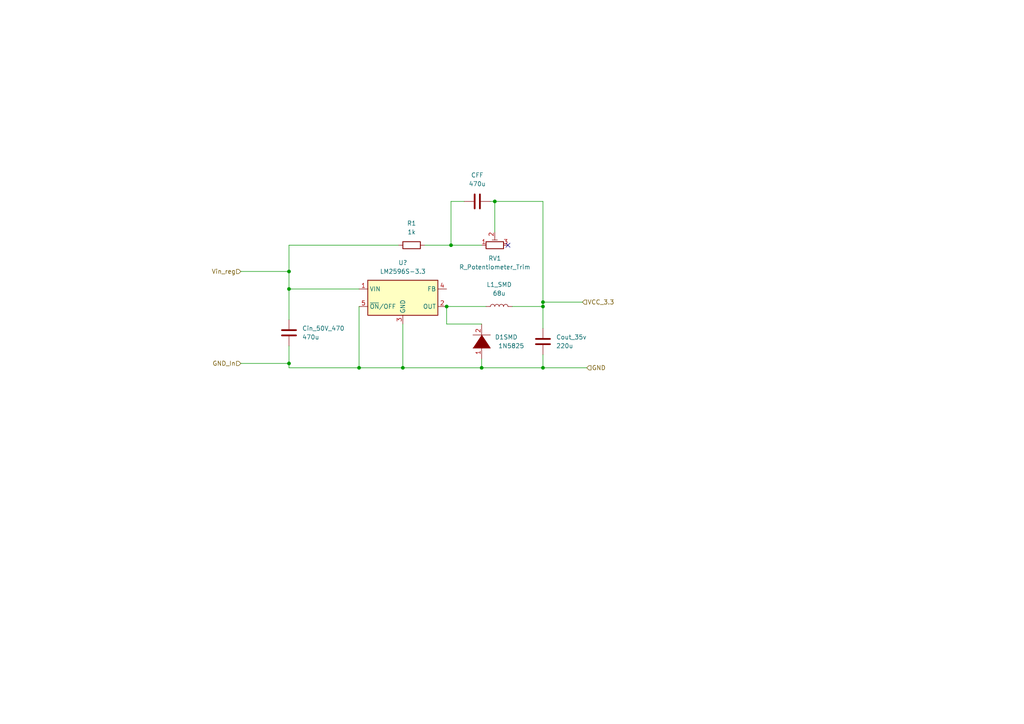
<source format=kicad_sch>
(kicad_sch (version 20211123) (generator eeschema)

  (uuid eb0951e5-834d-4079-94d7-4ff8d3313ac1)

  (paper "A4")

  (lib_symbols
    (symbol "Device:C" (pin_numbers hide) (pin_names (offset 0.254)) (in_bom yes) (on_board yes)
      (property "Reference" "C" (id 0) (at 0.635 2.54 0)
        (effects (font (size 1.27 1.27)) (justify left))
      )
      (property "Value" "C" (id 1) (at 0.635 -2.54 0)
        (effects (font (size 1.27 1.27)) (justify left))
      )
      (property "Footprint" "" (id 2) (at 0.9652 -3.81 0)
        (effects (font (size 1.27 1.27)) hide)
      )
      (property "Datasheet" "~" (id 3) (at 0 0 0)
        (effects (font (size 1.27 1.27)) hide)
      )
      (property "ki_keywords" "cap capacitor" (id 4) (at 0 0 0)
        (effects (font (size 1.27 1.27)) hide)
      )
      (property "ki_description" "Unpolarized capacitor" (id 5) (at 0 0 0)
        (effects (font (size 1.27 1.27)) hide)
      )
      (property "ki_fp_filters" "C_*" (id 6) (at 0 0 0)
        (effects (font (size 1.27 1.27)) hide)
      )
      (symbol "C_0_1"
        (polyline
          (pts
            (xy -2.032 -0.762)
            (xy 2.032 -0.762)
          )
          (stroke (width 0.508) (type default) (color 0 0 0 0))
          (fill (type none))
        )
        (polyline
          (pts
            (xy -2.032 0.762)
            (xy 2.032 0.762)
          )
          (stroke (width 0.508) (type default) (color 0 0 0 0))
          (fill (type none))
        )
      )
      (symbol "C_1_1"
        (pin passive line (at 0 3.81 270) (length 2.794)
          (name "~" (effects (font (size 1.27 1.27))))
          (number "1" (effects (font (size 1.27 1.27))))
        )
        (pin passive line (at 0 -3.81 90) (length 2.794)
          (name "~" (effects (font (size 1.27 1.27))))
          (number "2" (effects (font (size 1.27 1.27))))
        )
      )
    )
    (symbol "Device:L" (pin_numbers hide) (pin_names (offset 1.016) hide) (in_bom yes) (on_board yes)
      (property "Reference" "L" (id 0) (at -1.27 0 90)
        (effects (font (size 1.27 1.27)))
      )
      (property "Value" "L" (id 1) (at 1.905 0 90)
        (effects (font (size 1.27 1.27)))
      )
      (property "Footprint" "" (id 2) (at 0 0 0)
        (effects (font (size 1.27 1.27)) hide)
      )
      (property "Datasheet" "~" (id 3) (at 0 0 0)
        (effects (font (size 1.27 1.27)) hide)
      )
      (property "ki_keywords" "inductor choke coil reactor magnetic" (id 4) (at 0 0 0)
        (effects (font (size 1.27 1.27)) hide)
      )
      (property "ki_description" "Inductor" (id 5) (at 0 0 0)
        (effects (font (size 1.27 1.27)) hide)
      )
      (property "ki_fp_filters" "Choke_* *Coil* Inductor_* L_*" (id 6) (at 0 0 0)
        (effects (font (size 1.27 1.27)) hide)
      )
      (symbol "L_0_1"
        (arc (start 0 -2.54) (mid 0.635 -1.905) (end 0 -1.27)
          (stroke (width 0) (type default) (color 0 0 0 0))
          (fill (type none))
        )
        (arc (start 0 -1.27) (mid 0.635 -0.635) (end 0 0)
          (stroke (width 0) (type default) (color 0 0 0 0))
          (fill (type none))
        )
        (arc (start 0 0) (mid 0.635 0.635) (end 0 1.27)
          (stroke (width 0) (type default) (color 0 0 0 0))
          (fill (type none))
        )
        (arc (start 0 1.27) (mid 0.635 1.905) (end 0 2.54)
          (stroke (width 0) (type default) (color 0 0 0 0))
          (fill (type none))
        )
      )
      (symbol "L_1_1"
        (pin passive line (at 0 3.81 270) (length 1.27)
          (name "1" (effects (font (size 1.27 1.27))))
          (number "1" (effects (font (size 1.27 1.27))))
        )
        (pin passive line (at 0 -3.81 90) (length 1.27)
          (name "2" (effects (font (size 1.27 1.27))))
          (number "2" (effects (font (size 1.27 1.27))))
        )
      )
    )
    (symbol "Device:R" (pin_numbers hide) (pin_names (offset 0)) (in_bom yes) (on_board yes)
      (property "Reference" "R" (id 0) (at 2.032 0 90)
        (effects (font (size 1.27 1.27)))
      )
      (property "Value" "R" (id 1) (at 0 0 90)
        (effects (font (size 1.27 1.27)))
      )
      (property "Footprint" "" (id 2) (at -1.778 0 90)
        (effects (font (size 1.27 1.27)) hide)
      )
      (property "Datasheet" "~" (id 3) (at 0 0 0)
        (effects (font (size 1.27 1.27)) hide)
      )
      (property "ki_keywords" "R res resistor" (id 4) (at 0 0 0)
        (effects (font (size 1.27 1.27)) hide)
      )
      (property "ki_description" "Resistor" (id 5) (at 0 0 0)
        (effects (font (size 1.27 1.27)) hide)
      )
      (property "ki_fp_filters" "R_*" (id 6) (at 0 0 0)
        (effects (font (size 1.27 1.27)) hide)
      )
      (symbol "R_0_1"
        (rectangle (start -1.016 -2.54) (end 1.016 2.54)
          (stroke (width 0.254) (type default) (color 0 0 0 0))
          (fill (type none))
        )
      )
      (symbol "R_1_1"
        (pin passive line (at 0 3.81 270) (length 1.27)
          (name "~" (effects (font (size 1.27 1.27))))
          (number "1" (effects (font (size 1.27 1.27))))
        )
        (pin passive line (at 0 -3.81 90) (length 1.27)
          (name "~" (effects (font (size 1.27 1.27))))
          (number "2" (effects (font (size 1.27 1.27))))
        )
      )
    )
    (symbol "Device:R_Potentiometer_Trim" (pin_names (offset 1.016) hide) (in_bom yes) (on_board yes)
      (property "Reference" "RV" (id 0) (at -4.445 0 90)
        (effects (font (size 1.27 1.27)))
      )
      (property "Value" "R_Potentiometer_Trim" (id 1) (at -2.54 0 90)
        (effects (font (size 1.27 1.27)))
      )
      (property "Footprint" "" (id 2) (at 0 0 0)
        (effects (font (size 1.27 1.27)) hide)
      )
      (property "Datasheet" "~" (id 3) (at 0 0 0)
        (effects (font (size 1.27 1.27)) hide)
      )
      (property "ki_keywords" "resistor variable trimpot trimmer" (id 4) (at 0 0 0)
        (effects (font (size 1.27 1.27)) hide)
      )
      (property "ki_description" "Trim-potentiometer" (id 5) (at 0 0 0)
        (effects (font (size 1.27 1.27)) hide)
      )
      (property "ki_fp_filters" "Potentiometer*" (id 6) (at 0 0 0)
        (effects (font (size 1.27 1.27)) hide)
      )
      (symbol "R_Potentiometer_Trim_0_1"
        (polyline
          (pts
            (xy 1.524 0.762)
            (xy 1.524 -0.762)
          )
          (stroke (width 0) (type default) (color 0 0 0 0))
          (fill (type none))
        )
        (polyline
          (pts
            (xy 2.54 0)
            (xy 1.524 0)
          )
          (stroke (width 0) (type default) (color 0 0 0 0))
          (fill (type none))
        )
        (rectangle (start 1.016 2.54) (end -1.016 -2.54)
          (stroke (width 0.254) (type default) (color 0 0 0 0))
          (fill (type none))
        )
      )
      (symbol "R_Potentiometer_Trim_1_1"
        (pin passive line (at 0 3.81 270) (length 1.27)
          (name "1" (effects (font (size 1.27 1.27))))
          (number "1" (effects (font (size 1.27 1.27))))
        )
        (pin passive line (at 3.81 0 180) (length 1.27)
          (name "2" (effects (font (size 1.27 1.27))))
          (number "2" (effects (font (size 1.27 1.27))))
        )
        (pin passive line (at 0 -3.81 90) (length 1.27)
          (name "3" (effects (font (size 1.27 1.27))))
          (number "3" (effects (font (size 1.27 1.27))))
        )
      )
    )
    (symbol "Regulator_Switching:LM2596S-3.3" (in_bom yes) (on_board yes)
      (property "Reference" "U" (id 0) (at -10.16 6.35 0)
        (effects (font (size 1.27 1.27)) (justify left))
      )
      (property "Value" "LM2596S-3.3" (id 1) (at 0 6.35 0)
        (effects (font (size 1.27 1.27)) (justify left))
      )
      (property "Footprint" "Package_TO_SOT_SMD:TO-263-5_TabPin3" (id 2) (at 1.27 -6.35 0)
        (effects (font (size 1.27 1.27) italic) (justify left) hide)
      )
      (property "Datasheet" "http://www.ti.com/lit/ds/symlink/lm2596.pdf" (id 3) (at 0 0 0)
        (effects (font (size 1.27 1.27)) hide)
      )
      (property "ki_keywords" "Step-Down Voltage Regulator 3.3V 3A" (id 4) (at 0 0 0)
        (effects (font (size 1.27 1.27)) hide)
      )
      (property "ki_description" "3.3V 3A Step-Down Voltage Regulator, TO-263" (id 5) (at 0 0 0)
        (effects (font (size 1.27 1.27)) hide)
      )
      (property "ki_fp_filters" "TO?263*" (id 6) (at 0 0 0)
        (effects (font (size 1.27 1.27)) hide)
      )
      (symbol "LM2596S-3.3_0_1"
        (rectangle (start -10.16 5.08) (end 10.16 -5.08)
          (stroke (width 0.254) (type default) (color 0 0 0 0))
          (fill (type background))
        )
      )
      (symbol "LM2596S-3.3_1_1"
        (pin power_in line (at -12.7 2.54 0) (length 2.54)
          (name "VIN" (effects (font (size 1.27 1.27))))
          (number "1" (effects (font (size 1.27 1.27))))
        )
        (pin output line (at 12.7 -2.54 180) (length 2.54)
          (name "OUT" (effects (font (size 1.27 1.27))))
          (number "2" (effects (font (size 1.27 1.27))))
        )
        (pin power_in line (at 0 -7.62 90) (length 2.54)
          (name "GND" (effects (font (size 1.27 1.27))))
          (number "3" (effects (font (size 1.27 1.27))))
        )
        (pin input line (at 12.7 2.54 180) (length 2.54)
          (name "FB" (effects (font (size 1.27 1.27))))
          (number "4" (effects (font (size 1.27 1.27))))
        )
        (pin input line (at -12.7 -2.54 0) (length 2.54)
          (name "~{ON}/OFF" (effects (font (size 1.27 1.27))))
          (number "5" (effects (font (size 1.27 1.27))))
        )
      )
    )
    (symbol "pspice:DIODE" (pin_names (offset 1.016) hide) (in_bom yes) (on_board yes)
      (property "Reference" "D" (id 0) (at 0 3.81 0)
        (effects (font (size 1.27 1.27)))
      )
      (property "Value" "DIODE" (id 1) (at 0 -4.445 0)
        (effects (font (size 1.27 1.27)))
      )
      (property "Footprint" "" (id 2) (at 0 0 0)
        (effects (font (size 1.27 1.27)) hide)
      )
      (property "Datasheet" "~" (id 3) (at 0 0 0)
        (effects (font (size 1.27 1.27)) hide)
      )
      (property "ki_keywords" "simulation" (id 4) (at 0 0 0)
        (effects (font (size 1.27 1.27)) hide)
      )
      (property "ki_description" "Diode symbol for simulation only. Pin order incompatible with official kicad footprints" (id 5) (at 0 0 0)
        (effects (font (size 1.27 1.27)) hide)
      )
      (symbol "DIODE_0_1"
        (polyline
          (pts
            (xy 1.905 2.54)
            (xy 1.905 -2.54)
          )
          (stroke (width 0) (type default) (color 0 0 0 0))
          (fill (type none))
        )
        (polyline
          (pts
            (xy -1.905 2.54)
            (xy -1.905 -2.54)
            (xy 1.905 0)
          )
          (stroke (width 0) (type default) (color 0 0 0 0))
          (fill (type outline))
        )
      )
      (symbol "DIODE_1_1"
        (pin input line (at -5.08 0 0) (length 3.81)
          (name "K" (effects (font (size 1.27 1.27))))
          (number "1" (effects (font (size 1.27 1.27))))
        )
        (pin input line (at 5.08 0 180) (length 3.81)
          (name "A" (effects (font (size 1.27 1.27))))
          (number "2" (effects (font (size 1.27 1.27))))
        )
      )
    )
  )

  (junction (at 83.82 105.41) (diameter 0) (color 0 0 0 0)
    (uuid 34abf585-2a0d-4d31-9cd0-232bdce9ca4b)
  )
  (junction (at 116.84 106.68) (diameter 0) (color 0 0 0 0)
    (uuid 438c8c6e-08f3-46fc-8221-0d9b397ee3d1)
  )
  (junction (at 104.14 106.68) (diameter 0) (color 0 0 0 0)
    (uuid 46013bdc-3014-485b-bfed-f75155203562)
  )
  (junction (at 157.48 106.68) (diameter 0) (color 0 0 0 0)
    (uuid 4aa937a7-b0c4-4349-800b-e746aa544b7d)
  )
  (junction (at 130.81 71.12) (diameter 0) (color 0 0 0 0)
    (uuid 735ec34b-39e1-4745-a3f8-9d4be76801f5)
  )
  (junction (at 157.48 87.63) (diameter 0) (color 0 0 0 0)
    (uuid 80bb6e55-53d1-4a99-9f00-2bcae73f6492)
  )
  (junction (at 139.7 106.68) (diameter 0) (color 0 0 0 0)
    (uuid 878fa4e3-4f5c-4186-ab0b-4cf066bcaec2)
  )
  (junction (at 157.48 88.9) (diameter 0) (color 0 0 0 0)
    (uuid 8fcd5e4f-3425-4d60-b878-b05bfb1daaf0)
  )
  (junction (at 143.51 58.42) (diameter 0) (color 0 0 0 0)
    (uuid b9d39f47-5ec5-4df1-85fd-80369abbe8c9)
  )
  (junction (at 83.82 83.82) (diameter 0) (color 0 0 0 0)
    (uuid bf4698d3-9de5-4140-abca-683b84524afc)
  )
  (junction (at 129.54 88.9) (diameter 0) (color 0 0 0 0)
    (uuid c0cb625f-c65a-4524-8b1a-33233a4b83e0)
  )
  (junction (at 83.82 78.74) (diameter 0) (color 0 0 0 0)
    (uuid d98a7323-aa7c-4405-9d4a-281fb6a15d87)
  )

  (no_connect (at 147.32 71.12) (uuid fae32a8e-4ee9-4bec-a4e1-31bf4841f040))

  (wire (pts (xy 148.59 88.9) (xy 157.48 88.9))
    (stroke (width 0) (type default) (color 0 0 0 0))
    (uuid 0216661e-f2bf-4d54-b3dc-9e643965a716)
  )
  (wire (pts (xy 116.84 106.68) (xy 139.7 106.68))
    (stroke (width 0) (type default) (color 0 0 0 0))
    (uuid 04e856c1-4bd4-4900-8b6d-05a2adcfc784)
  )
  (wire (pts (xy 143.51 67.31) (xy 143.51 58.42))
    (stroke (width 0) (type default) (color 0 0 0 0))
    (uuid 096d60c5-f79b-45ab-98fe-01291f9d3356)
  )
  (wire (pts (xy 157.48 106.68) (xy 157.48 102.87))
    (stroke (width 0) (type default) (color 0 0 0 0))
    (uuid 0cd306ba-622a-4098-af5d-a86340c460ff)
  )
  (wire (pts (xy 83.82 100.33) (xy 83.82 105.41))
    (stroke (width 0) (type default) (color 0 0 0 0))
    (uuid 0f6dd0e1-d0d5-4af4-b24f-18d954218025)
  )
  (wire (pts (xy 139.7 106.68) (xy 157.48 106.68))
    (stroke (width 0) (type default) (color 0 0 0 0))
    (uuid 12931b6a-d842-49ef-b0fa-ec18f1c2c521)
  )
  (wire (pts (xy 130.81 71.12) (xy 139.7 71.12))
    (stroke (width 0) (type default) (color 0 0 0 0))
    (uuid 31d96822-ab7d-4e77-abfd-f2738265fa02)
  )
  (wire (pts (xy 139.7 93.98) (xy 129.54 93.98))
    (stroke (width 0) (type default) (color 0 0 0 0))
    (uuid 3f4f8e24-1770-484c-8210-7ee1668a1616)
  )
  (wire (pts (xy 134.62 58.42) (xy 130.81 58.42))
    (stroke (width 0) (type default) (color 0 0 0 0))
    (uuid 421514dd-a3d3-472b-b716-2806cb4e0c66)
  )
  (wire (pts (xy 104.14 106.68) (xy 116.84 106.68))
    (stroke (width 0) (type default) (color 0 0 0 0))
    (uuid 455b218f-5e4f-4d55-8ee3-7f484b2a4a5c)
  )
  (wire (pts (xy 157.48 87.63) (xy 157.48 88.9))
    (stroke (width 0) (type default) (color 0 0 0 0))
    (uuid 512b8a18-82d7-491b-bcb7-8e420a0e2507)
  )
  (wire (pts (xy 104.14 83.82) (xy 83.82 83.82))
    (stroke (width 0) (type default) (color 0 0 0 0))
    (uuid 575731b4-047b-4546-bb49-e0efaf5ec5ab)
  )
  (wire (pts (xy 157.48 87.63) (xy 168.91 87.63))
    (stroke (width 0) (type default) (color 0 0 0 0))
    (uuid 5baaad51-90c9-47e6-8528-1e99fbd4fc0a)
  )
  (wire (pts (xy 83.82 71.12) (xy 83.82 78.74))
    (stroke (width 0) (type default) (color 0 0 0 0))
    (uuid 5dd64394-59e2-47a7-bc53-ddaad4913f69)
  )
  (wire (pts (xy 157.48 106.68) (xy 170.18 106.68))
    (stroke (width 0) (type default) (color 0 0 0 0))
    (uuid 66186573-ef30-4b86-a8be-d02b58d27f1e)
  )
  (wire (pts (xy 157.48 88.9) (xy 157.48 95.25))
    (stroke (width 0) (type default) (color 0 0 0 0))
    (uuid 6b57972f-40aa-45b2-b0b5-a3d39555f242)
  )
  (wire (pts (xy 83.82 105.41) (xy 83.82 106.68))
    (stroke (width 0) (type default) (color 0 0 0 0))
    (uuid 78cedc38-f767-495f-a830-df9a32f2dff9)
  )
  (wire (pts (xy 143.51 58.42) (xy 142.24 58.42))
    (stroke (width 0) (type default) (color 0 0 0 0))
    (uuid 7a1046a1-16d5-4a13-a1de-73c116bd87ee)
  )
  (wire (pts (xy 116.84 106.68) (xy 116.84 93.98))
    (stroke (width 0) (type default) (color 0 0 0 0))
    (uuid 84a235bc-3945-41d4-9960-9b64fdbde0da)
  )
  (wire (pts (xy 143.51 58.42) (xy 157.48 58.42))
    (stroke (width 0) (type default) (color 0 0 0 0))
    (uuid 896d5481-9964-4d7e-963e-ea81acb6e6e7)
  )
  (wire (pts (xy 115.57 71.12) (xy 83.82 71.12))
    (stroke (width 0) (type default) (color 0 0 0 0))
    (uuid 909b3342-d7a4-434d-bf84-a0cee5e6d5a1)
  )
  (wire (pts (xy 83.82 106.68) (xy 104.14 106.68))
    (stroke (width 0) (type default) (color 0 0 0 0))
    (uuid 92eb0742-090b-4d7d-a91b-487a5ca4e8f8)
  )
  (wire (pts (xy 157.48 58.42) (xy 157.48 87.63))
    (stroke (width 0) (type default) (color 0 0 0 0))
    (uuid 99260eae-da3a-4ab3-9e58-e91727546f7b)
  )
  (wire (pts (xy 129.54 88.9) (xy 140.97 88.9))
    (stroke (width 0) (type default) (color 0 0 0 0))
    (uuid b342c7a6-9c0b-4557-9f27-bd72012a1ec6)
  )
  (wire (pts (xy 83.82 83.82) (xy 83.82 92.71))
    (stroke (width 0) (type default) (color 0 0 0 0))
    (uuid b3df8d59-114e-4f49-a9fe-53114dc28918)
  )
  (wire (pts (xy 139.7 106.68) (xy 139.7 104.14))
    (stroke (width 0) (type default) (color 0 0 0 0))
    (uuid c61c85d6-8796-48a4-b869-5323e337777b)
  )
  (wire (pts (xy 130.81 58.42) (xy 130.81 71.12))
    (stroke (width 0) (type default) (color 0 0 0 0))
    (uuid c9333f04-ec39-4fcf-8033-9a79cd9f40dd)
  )
  (wire (pts (xy 104.14 88.9) (xy 104.14 106.68))
    (stroke (width 0) (type default) (color 0 0 0 0))
    (uuid d9c0489f-0a11-4de6-8899-b3ff5e03f172)
  )
  (wire (pts (xy 123.19 71.12) (xy 130.81 71.12))
    (stroke (width 0) (type default) (color 0 0 0 0))
    (uuid dc10060c-459a-447c-89f8-5267fd759399)
  )
  (wire (pts (xy 69.85 78.74) (xy 83.82 78.74))
    (stroke (width 0) (type default) (color 0 0 0 0))
    (uuid e73c3471-c17d-4a58-9b98-8b438b43090b)
  )
  (wire (pts (xy 69.85 105.41) (xy 83.82 105.41))
    (stroke (width 0) (type default) (color 0 0 0 0))
    (uuid e88c3d07-1672-458b-9a55-1df0b2f54a3e)
  )
  (wire (pts (xy 129.54 93.98) (xy 129.54 88.9))
    (stroke (width 0) (type default) (color 0 0 0 0))
    (uuid ec0104ca-7ade-47f5-a688-368e8c35e685)
  )
  (wire (pts (xy 83.82 78.74) (xy 83.82 83.82))
    (stroke (width 0) (type default) (color 0 0 0 0))
    (uuid f56d4063-919e-4dd1-8a0f-c6ba496d48eb)
  )

  (hierarchical_label "VCC_3.3" (shape input) (at 168.91 87.63 0)
    (effects (font (size 1.27 1.27)) (justify left))
    (uuid 2d87f6b1-f3ff-46bf-a8af-f7faaf4044ea)
  )
  (hierarchical_label "GND_In" (shape input) (at 69.85 105.41 180)
    (effects (font (size 1.27 1.27)) (justify right))
    (uuid 64535bbf-c396-4147-9b12-f87d644e41da)
  )
  (hierarchical_label "GND" (shape input) (at 170.18 106.68 0)
    (effects (font (size 1.27 1.27)) (justify left))
    (uuid 654eefec-e6a1-4b18-bebe-9bb5b4d4dabb)
  )
  (hierarchical_label "Vin_reg" (shape input) (at 69.85 78.74 180)
    (effects (font (size 1.27 1.27)) (justify right))
    (uuid 807633b4-4ecc-44c3-bf46-f5fb9bb061de)
  )

  (symbol (lib_id "Device:C") (at 138.43 58.42 90) (unit 1)
    (in_bom yes) (on_board yes) (fields_autoplaced)
    (uuid 0990a76c-5c66-4848-854c-27bebb45191f)
    (property "Reference" "CFF" (id 0) (at 138.43 50.8 90))
    (property "Value" "470u" (id 1) (at 138.43 53.34 90))
    (property "Footprint" "" (id 2) (at 142.24 57.4548 0)
      (effects (font (size 1.27 1.27)) hide)
    )
    (property "Datasheet" "~" (id 3) (at 138.43 58.42 0)
      (effects (font (size 1.27 1.27)) hide)
    )
    (pin "1" (uuid 62e645c8-b660-4923-b2f0-e56b9b037b05))
    (pin "2" (uuid 102bdfbb-9c1f-44d2-a0aa-11493e017137))
  )

  (symbol (lib_id "pspice:DIODE") (at 139.7 99.06 90) (unit 1)
    (in_bom yes) (on_board yes) (fields_autoplaced)
    (uuid 0aa54775-a7c7-4189-b56f-2abb14b4df0b)
    (property "Reference" "D1SMD" (id 0) (at 143.51 97.7899 90)
      (effects (font (size 1.27 1.27)) (justify right))
    )
    (property "Value" " 1N5825" (id 1) (at 143.51 100.3299 90)
      (effects (font (size 1.27 1.27)) (justify right))
    )
    (property "Footprint" "" (id 2) (at 139.7 99.06 0)
      (effects (font (size 1.27 1.27)) hide)
    )
    (property "Datasheet" "~" (id 3) (at 139.7 99.06 0)
      (effects (font (size 1.27 1.27)) hide)
    )
    (pin "1" (uuid d98c0f09-4da2-4322-8cd1-697be8774380))
    (pin "2" (uuid 5904efcb-82bb-4831-ad49-a3433a73d949))
  )

  (symbol (lib_id "Device:C") (at 157.48 99.06 0) (unit 1)
    (in_bom yes) (on_board yes) (fields_autoplaced)
    (uuid 1437cf69-ba02-4bd4-b13f-2f0e1f494f96)
    (property "Reference" "Cout_35v" (id 0) (at 161.29 97.7899 0)
      (effects (font (size 1.27 1.27)) (justify left))
    )
    (property "Value" "220u" (id 1) (at 161.29 100.3299 0)
      (effects (font (size 1.27 1.27)) (justify left))
    )
    (property "Footprint" "" (id 2) (at 158.4452 102.87 0)
      (effects (font (size 1.27 1.27)) hide)
    )
    (property "Datasheet" "~" (id 3) (at 157.48 99.06 0)
      (effects (font (size 1.27 1.27)) hide)
    )
    (pin "1" (uuid efc51994-5442-4e96-8457-34efdb720c89))
    (pin "2" (uuid 6c6a44be-0ef2-449c-8cdc-7ddce84a84de))
  )

  (symbol (lib_id "Regulator_Switching:LM2596S-3.3") (at 116.84 86.36 0) (unit 1)
    (in_bom yes) (on_board yes) (fields_autoplaced)
    (uuid 1539d16b-4298-461c-9a11-7f3da7b1ed40)
    (property "Reference" "U?" (id 0) (at 116.84 76.2 0))
    (property "Value" "LM2596S-3.3" (id 1) (at 116.84 78.74 0))
    (property "Footprint" "Package_TO_SOT_SMD:TO-263-5_TabPin3" (id 2) (at 118.11 92.71 0)
      (effects (font (size 1.27 1.27) italic) (justify left) hide)
    )
    (property "Datasheet" "http://www.ti.com/lit/ds/symlink/lm2596.pdf" (id 3) (at 116.84 86.36 0)
      (effects (font (size 1.27 1.27)) hide)
    )
    (pin "1" (uuid e3e9735d-c510-487b-99b0-46bcb726e4b1))
    (pin "2" (uuid 9e6dbc89-bf90-4b48-8dcc-ffc2e01211d7))
    (pin "3" (uuid c18a628d-5527-428a-8c66-83bcd58cbf36))
    (pin "4" (uuid 71f42e40-d26c-4c53-8ab4-8f0ed0d78e0d))
    (pin "5" (uuid 695d937f-802a-48dc-821f-174b87bac671))
  )

  (symbol (lib_id "Device:R_Potentiometer_Trim") (at 143.51 71.12 90) (unit 1)
    (in_bom yes) (on_board yes)
    (uuid 3a81fcd6-39e3-4f09-974a-73f3896b07d7)
    (property "Reference" "RV1" (id 0) (at 143.51 74.93 90))
    (property "Value" "R_Potentiometer_Trim" (id 1) (at 143.51 77.47 90))
    (property "Footprint" "" (id 2) (at 143.51 71.12 0)
      (effects (font (size 1.27 1.27)) hide)
    )
    (property "Datasheet" "~" (id 3) (at 143.51 71.12 0)
      (effects (font (size 1.27 1.27)) hide)
    )
    (pin "1" (uuid 9d3ec2ec-8510-480c-a778-f12ef6a996a5))
    (pin "2" (uuid ed8b8827-81e6-40b2-a9b9-fef84e6f5a59))
    (pin "3" (uuid 4bf40757-215c-4154-97f6-13b92aafb51c))
  )

  (symbol (lib_id "Device:C") (at 83.82 96.52 0) (unit 1)
    (in_bom yes) (on_board yes) (fields_autoplaced)
    (uuid 6c25a71a-80c6-4afd-9e7e-60378e752569)
    (property "Reference" "Cin_50V_470" (id 0) (at 87.63 95.2499 0)
      (effects (font (size 1.27 1.27)) (justify left))
    )
    (property "Value" "470u" (id 1) (at 87.63 97.7899 0)
      (effects (font (size 1.27 1.27)) (justify left))
    )
    (property "Footprint" "" (id 2) (at 84.7852 100.33 0)
      (effects (font (size 1.27 1.27)) hide)
    )
    (property "Datasheet" "~" (id 3) (at 83.82 96.52 0)
      (effects (font (size 1.27 1.27)) hide)
    )
    (pin "1" (uuid f7e4d2ee-dc08-402d-ac93-4a7bdadacdf1))
    (pin "2" (uuid 7b77e178-1988-4f7f-96e1-595f3240d626))
  )

  (symbol (lib_id "Device:R") (at 119.38 71.12 90) (unit 1)
    (in_bom yes) (on_board yes) (fields_autoplaced)
    (uuid a2e2a35a-1639-4a45-9317-1cb5d6d19f92)
    (property "Reference" "R1" (id 0) (at 119.38 64.77 90))
    (property "Value" "1k" (id 1) (at 119.38 67.31 90))
    (property "Footprint" "" (id 2) (at 119.38 72.898 90)
      (effects (font (size 1.27 1.27)) hide)
    )
    (property "Datasheet" "~" (id 3) (at 119.38 71.12 0)
      (effects (font (size 1.27 1.27)) hide)
    )
    (pin "1" (uuid 51922175-4c44-4a31-bb11-efc74e3866fe))
    (pin "2" (uuid 70d8d5c4-6ca3-4d9d-b0ee-1b92bdb07be0))
  )

  (symbol (lib_id "Device:L") (at 144.78 88.9 90) (unit 1)
    (in_bom yes) (on_board yes) (fields_autoplaced)
    (uuid adbd4f87-3309-4b98-99f9-efc25d6592e0)
    (property "Reference" "L1_SMD" (id 0) (at 144.78 82.55 90))
    (property "Value" "68u" (id 1) (at 144.78 85.09 90))
    (property "Footprint" "" (id 2) (at 144.78 88.9 0)
      (effects (font (size 1.27 1.27)) hide)
    )
    (property "Datasheet" "~" (id 3) (at 144.78 88.9 0)
      (effects (font (size 1.27 1.27)) hide)
    )
    (pin "1" (uuid 7164d1c4-7754-4526-a5fa-fc848e74e275))
    (pin "2" (uuid 9479291c-9984-4a85-9ad3-7fbace2b9de8))
  )
)

</source>
